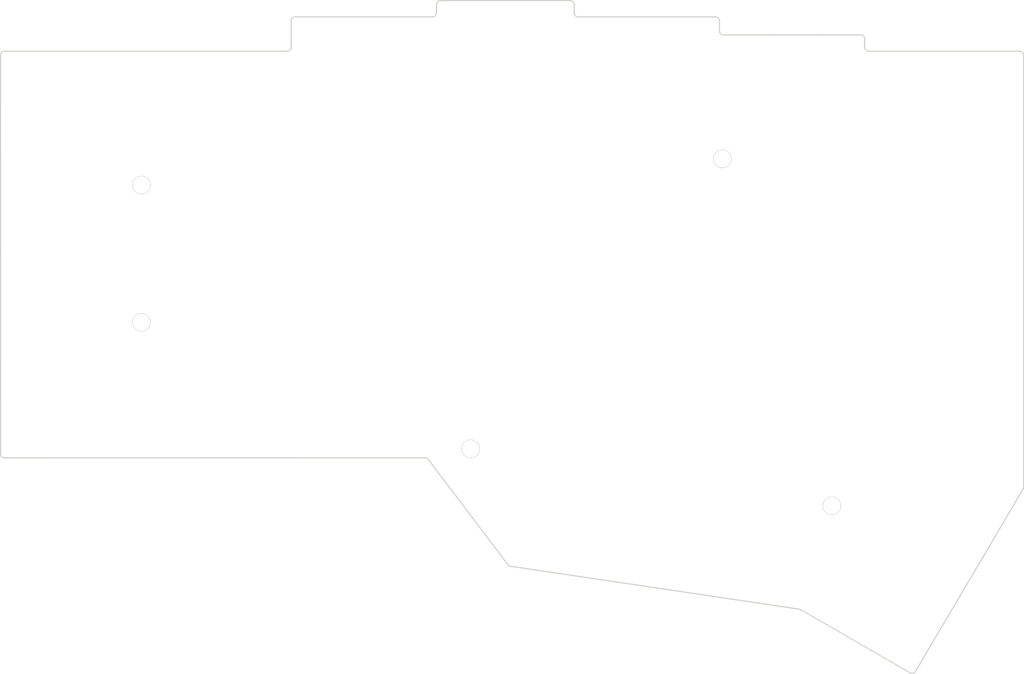
<source format=kicad_pcb>
(kicad_pcb (version 20240108) (generator "ergogen") (generator_version "4.1.0")
  (title_block (title "backplate") (date "2025-03-05") (rev "0.2") (company "ceoloide"))
  (layers (0 "F.Cu" signal) (31 "B.Cu" signal) (34 "B.Paste" user) (35 "F.Paste" user) (36 "B.SilkS" user "B.Silkscreen") (37 "F.SilkS" user "F.Silkscreen") (38 "B.Mask" user) (39 "F.Mask" user) (44 "Edge.Cuts" user))
  (net 0 "")
  (footprint "ceoloide:mounting_hole_npth" (layer "F.Cu") (at 109.25 73.75 0)
    (property "Reference" "MH1" hide)
    (pad "" np_thru_hole circle (at 0 0 0) (size 2.2 2.2) (drill 2.2) (layers "*.Cu" "*.Mask"))
  )
  (footprint "ceoloide:mounting_hole_npth" (layer "F.Cu") (at 109.25 91.25 0)
    (property "Reference" "MH2" hide)
    (pad "" np_thru_hole circle (at 0 0 0) (size 2.2 2.2) (drill 2.2) (layers "*.Cu" "*.Mask"))
  )
  (footprint "ceoloide:mounting_hole_npth" (layer "F.Cu") (at 183.218 70.4235 0)
    (property "Reference" "MH3" hide)
    (pad "" np_thru_hole circle (at 0 0 0) (size 2.2 2.2) (drill 2.2) (layers "*.Cu" "*.Mask"))
  )
  (footprint "ceoloide:mounting_hole_npth" (layer "F.Cu") (at 151.157 107.365 0)
    (property "Reference" "MH4" hide)
    (pad "" np_thru_hole circle (at 0 0 0) (size 2.2 2.2) (drill 2.2) (layers "*.Cu" "*.Mask"))
  )
  (footprint "ceoloide:mounting_hole_npth" (layer "F.Cu") (at 197.1576078 114.6317481 60)
    (property "Reference" "MH5" hide)
    (pad "" np_thru_hole circle (at 0 0 60) (size 2.2 2.2) (drill 2.2) (layers "*.Cu" "*.Mask"))
  )
  (gr_line (start 91.3169806967852 108.01245022052899) (end 91.31501930151654 57.20250578597188) (layer Edge.Cuts) (stroke (width 0.15)))
  (gr_line (start 91.81500580151655 56.70248648632969) (end 127.8150135 56.70151351314865) (layer Edge.Cuts) (stroke (width 0.15)))
  (gr_line (start 128.315 56.20151351314865) (end 128.315 52.8275) (layer Edge.Cuts) (stroke (width 0.15)))
  (gr_line (start 128.815 52.3275) (end 146.315 52.3275) (layer Edge.Cuts) (stroke (width 0.15)))
  (gr_line (start 146.815 51.8275) (end 146.815 50.7525) (layer Edge.Cuts) (stroke (width 0.15)))
  (gr_line (start 147.315 50.2525) (end 163.843 50.2525) (layer Edge.Cuts) (stroke (width 0.15)))
  (gr_line (start 164.343 50.7525) (end 164.343 51.8275) (layer Edge.Cuts) (stroke (width 0.15)))
  (gr_line (start 164.843 52.3275) (end 182.343 52.3275) (layer Edge.Cuts) (stroke (width 0.15)))
  (gr_line (start 182.843 52.8275) (end 182.843 54.12312159204324) (layer Edge.Cuts) (stroke (width 0.15)))
  (gr_line (start 183.34287840000002 54.62312159204324) (end 200.83706271163646 54.6273769341731) (layer Edge.Cuts) (stroke (width 0.15)))
  (gr_line (start 201.3369048122388 55.13340058417816) (end 201.32409667048205 56.1964763499891) (layer Edge.Cuts) (stroke (width 0.15)))
  (gr_line (start 221.25300000000001 112.909096) (end 207.79993278450186 135.72380412132617) (layer Edge.Cuts) (stroke (width 0.15)))
  (gr_line (start 207.11923530637847 135.90284898422607) (end 193.18492676181705 127.85787216841725) (layer Edge.Cuts) (stroke (width 0.15)))
  (gr_line (start 193.00846626181703 127.79632246841726) (end 156.24698128136555 122.33003382440126) (layer Edge.Cuts) (stroke (width 0.15)))
  (gr_line (start 155.92179036316273 122.137156700343) (end 145.75757383609294 108.70334908444572) (layer Edge.Cuts) (stroke (width 0.15)))
  (gr_line (start 145.35877436789013 108.50503436038055) (end 91.8170497467852 108.51243092026964) (layer Edge.Cuts) (stroke (width 0.15)))
  (gr_line (start 201.82406037108433 56.7025) (end 221.068 56.7025) (layer Edge.Cuts) (stroke (width 0.15)))
  (gr_line (start 221.568 57.2025) (end 221.568 112.22952540612954) (layer Edge.Cuts) (stroke (width 0.15)))
  (gr_line (start 221.50101270000002 112.47952540612948) (end 221.25300000000001 112.909096) (layer Edge.Cuts) (stroke (width 0.15)))
  (gr_arc (start 91.81500580151655 56.702486486174166) (mid 91.46145430151654 56.848944686174164) (end 91.31501930151654 57.202505786174164) (layer Edge.Cuts) (stroke (width 0.15)))
  (gr_arc (start 127.81501349999999 56.70151351314865) (mid 128.1685582 56.55506211314865) (end 128.315 56.20151351314865) (layer Edge.Cuts) (stroke (width 0.15)))
  (gr_arc (start 128.815 52.3275) (mid 128.4614466 52.4739466) (end 128.315 52.8275) (layer Edge.Cuts) (stroke (width 0.15)))
  (gr_arc (start 146.315 52.3275) (mid 146.6685534 52.1810534) (end 146.815 51.8275) (layer Edge.Cuts) (stroke (width 0.15)))
  (gr_arc (start 147.315 50.2525) (mid 146.9614466 50.398946599999995) (end 146.815 50.7525) (layer Edge.Cuts) (stroke (width 0.15)))
  (gr_arc (start 164.343 50.7525) (mid 164.1965534 50.398946599999995) (end 163.843 50.2525) (layer Edge.Cuts) (stroke (width 0.15)))
  (gr_arc (start 164.343 51.8275) (mid 164.48944659999998 52.1810534) (end 164.843 52.3275) (layer Edge.Cuts) (stroke (width 0.15)))
  (gr_arc (start 182.843 52.8275) (mid 182.6965534 52.4739466) (end 182.343 52.3275) (layer Edge.Cuts) (stroke (width 0.15)))
  (gr_arc (start 182.843 54.12312159204324) (mid 182.9894036 54.47663199204324) (end 183.3428784 54.62312159204324) (layer Edge.Cuts) (stroke (width 0.15)))
  (gr_arc (start 201.33690481163643 55.1334006341731) (mid 201.19266061163643 54.7760029341731) (end 200.83706271163643 54.6273769341731) (layer Edge.Cuts) (stroke (width 0.15)))
  (gr_arc (start 201.32409667108433 56.19647629999942) (mid 201.46838367108433 56.55391719999942) (end 201.82406037108433 56.70249999999942) (layer Edge.Cuts) (stroke (width 0.15)))
  (gr_arc (start 221.568 57.2025) (mid 221.42155340000002 56.8489466) (end 221.068 56.7025) (layer Edge.Cuts) (stroke (width 0.15)))
  (gr_arc (start 221.50101270000002 112.47952540612954) (mid 221.5509629 112.35893490612953) (end 221.568 112.22952540612954) (layer Edge.Cuts) (stroke (width 0.15)))
  (gr_arc (start 207.11923530637847 135.90284898422607) (mid 207.49642480637846 135.95338858422608) (end 207.79993280637848 135.72380408422606) (layer Edge.Cuts) (stroke (width 0.15)))
  (gr_arc (start 193.18492676181705 127.85787216841726) (mid 193.09959776181705 127.81877956841727) (end 193.00846626181706 127.79632246841726) (layer Edge.Cuts) (stroke (width 0.15)))
  (gr_arc (start 155.92179028136556 122.13715672440125) (mid 156.06545188136556 122.26551782440124) (end 156.24698128136555 122.33003382440126) (layer Edge.Cuts) (stroke (width 0.15)))
  (gr_arc (start 145.7575739178901 108.70334906038748) (mid 145.5814752178901 108.55733456038749) (end 145.35877441789012 108.50503436038748) (layer Edge.Cuts) (stroke (width 0.15)))
  (gr_arc (start 91.3169806967852 108.01245022026274) (mid 91.4634584967852 108.36601552026274) (end 91.81704969678519 108.51243092026273) (layer Edge.Cuts) (stroke (width 0.15)))
  (gr_circle (center 109.25 73.75) (end 110.35 73.75) (layer Edge.Cuts) (stroke (width 0.15)) (fill none))
  (gr_circle (center 109.25 91.25) (end 110.35 91.25) (layer Edge.Cuts) (stroke (width 0.15)) (fill none))
  (gr_circle (center 183.218 70.4235) (end 184.31799999999998 70.4235) (layer Edge.Cuts) (stroke (width 0.15)) (fill none))
  (gr_circle (center 151.157 107.365) (end 152.257 107.365) (layer Edge.Cuts) (stroke (width 0.15)) (fill none))
  (gr_circle (center 197.1576078 114.6317481) (end 198.2576078 114.6317481) (layer Edge.Cuts) (stroke (width 0.15)) (fill none))
)
</source>
